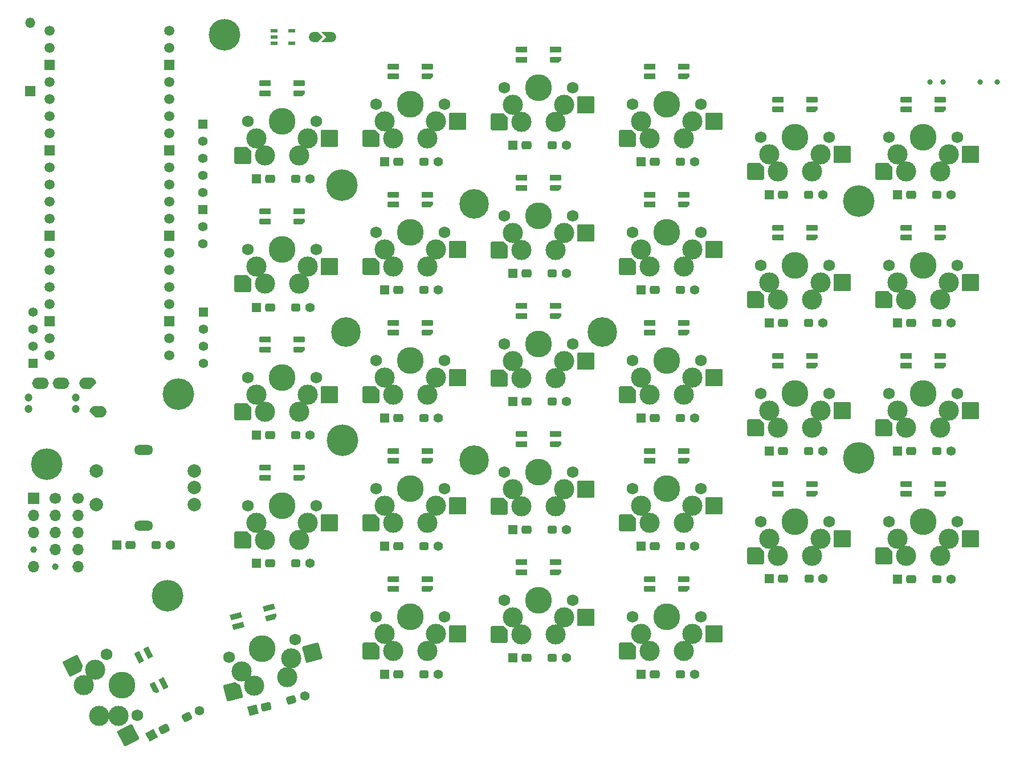
<source format=gbs>
G04 #@! TF.GenerationSoftware,KiCad,Pcbnew,9.0.3*
G04 #@! TF.CreationDate,2025-08-18T23:40:16+09:00*
G04 #@! TF.ProjectId,Sofle_Pico,536f666c-655f-4506-9963-6f2e6b696361,v3.5.4*
G04 #@! TF.SameCoordinates,Original*
G04 #@! TF.FileFunction,Soldermask,Bot*
G04 #@! TF.FilePolarity,Negative*
%FSLAX46Y46*%
G04 Gerber Fmt 4.6, Leading zero omitted, Abs format (unit mm)*
G04 Created by KiCad (PCBNEW 9.0.3) date 2025-08-18 23:40:16*
%MOMM*%
%LPD*%
G01*
G04 APERTURE LIST*
G04 Aperture macros list*
%AMRoundRect*
0 Rectangle with rounded corners*
0 $1 Rounding radius*
0 $2 $3 $4 $5 $6 $7 $8 $9 X,Y pos of 4 corners*
0 Add a 4 corners polygon primitive as box body*
4,1,4,$2,$3,$4,$5,$6,$7,$8,$9,$2,$3,0*
0 Add four circle primitives for the rounded corners*
1,1,$1+$1,$2,$3*
1,1,$1+$1,$4,$5*
1,1,$1+$1,$6,$7*
1,1,$1+$1,$8,$9*
0 Add four rect primitives between the rounded corners*
20,1,$1+$1,$2,$3,$4,$5,0*
20,1,$1+$1,$4,$5,$6,$7,0*
20,1,$1+$1,$6,$7,$8,$9,0*
20,1,$1+$1,$8,$9,$2,$3,0*%
%AMRotRect*
0 Rectangle, with rotation*
0 The origin of the aperture is its center*
0 $1 length*
0 $2 width*
0 $3 Rotation angle, in degrees counterclockwise*
0 Add horizontal line*
21,1,$1,$2,0,0,$3*%
%AMFreePoly0*
4,1,28,-0.850000,0.400000,0.000000,1.250000,0.114750,1.242219,0.293119,1.197860,0.457783,1.116195,0.601041,1.001041,0.716195,0.857783,0.797860,0.693119,0.842219,0.514750,0.850000,0.400000,0.850000,-0.400000,0.842219,-0.514750,0.797860,-0.693119,0.716195,-0.857783,0.601041,-1.001041,0.457783,-1.116195,0.293119,-1.197860,0.114750,-1.242219,0.000000,-1.250000,-0.114750,-1.242219,
-0.293119,-1.197860,-0.457783,-1.116195,-0.601041,-1.001041,-0.716195,-0.857783,-0.797860,-0.693119,-0.842219,-0.514750,-0.850000,-0.400000,-0.850000,0.400000,-0.850000,0.400000,$1*%
%AMFreePoly1*
4,1,28,-0.850000,0.400000,-0.842219,0.514750,-0.797860,0.693119,-0.716195,0.857783,-0.601041,1.001041,-0.457783,1.116195,-0.293119,1.197860,-0.114750,1.242219,0.000000,1.250000,0.114750,1.242219,0.293119,1.197860,0.457783,1.116195,0.601041,1.001041,0.716195,0.857783,0.797860,0.693119,0.842219,0.514750,0.850000,0.400000,0.850000,-0.400000,0.842219,-0.514750,0.797860,-0.693119,
0.716195,-0.857783,0.601041,-1.001041,0.457783,-1.116195,0.293119,-1.197860,0.114750,-1.242219,0.000000,-1.250000,-0.850000,-0.400000,-0.850000,0.400000,-0.850000,0.400000,$1*%
%AMFreePoly2*
4,1,21,-0.750000,0.000000,-0.734505,0.151663,-0.679731,0.316964,-0.588312,0.465177,-0.465177,0.588312,-0.316964,0.679731,-0.151663,0.734505,0.000000,0.750000,0.525000,0.750000,0.750000,0.525000,0.750000,-0.525000,0.525000,-0.750000,0.000000,-0.750000,-0.151663,-0.734505,-0.316964,-0.679731,-0.465177,-0.588312,-0.588312,-0.465177,-0.679731,-0.316964,-0.734505,-0.151663,-0.750000,0.000000,
-0.750000,0.000000,-0.750000,0.000000,$1*%
%AMFreePoly3*
4,1,6,0.500000,0.000000,-0.250000,-0.750000,-0.500000,-0.750000,-0.500000,0.750000,-0.250000,0.750000,0.500000,0.000000,0.500000,0.000000,$1*%
%AMFreePoly4*
4,1,6,0.260000,-0.750000,-0.990000,-0.750000,-0.240000,0.000000,-0.990000,0.750000,0.260000,0.750000,0.260000,-0.750000,0.260000,-0.750000,$1*%
%AMFreePoly5*
4,1,20,-0.750000,0.600000,-0.600000,0.750000,0.000000,0.750000,0.151663,0.734505,0.316964,0.679731,0.465177,0.588312,0.588312,0.465177,0.679731,0.316964,0.734505,0.151663,0.750000,0.000000,0.734505,-0.151663,0.679731,-0.316964,0.588312,-0.465177,0.465177,-0.588312,0.316964,-0.679731,0.151663,-0.734505,0.000000,-0.750000,-0.600000,-0.750000,-0.750000,-0.600000,-0.750000,0.600000,
-0.750000,0.600000,$1*%
%AMFreePoly6*
4,1,18,-1.250000,1.010000,-1.230970,1.105671,-1.176777,1.186777,-1.095671,1.240970,-1.000000,1.260000,0.625000,1.260000,1.250000,0.635000,1.250000,-1.010000,1.230970,-1.105671,1.176777,-1.186777,1.095671,-1.240970,1.000000,-1.260000,-1.000000,-1.260000,-1.095671,-1.240970,-1.176777,-1.186777,-1.230970,-1.105671,-1.250000,-1.010000,-1.250000,1.010000,-1.250000,1.010000,$1*%
%AMFreePoly7*
4,1,17,-1.275000,1.012000,-1.255742,1.108819,-1.200898,1.190898,-1.118819,1.245742,-1.022000,1.265000,1.022000,1.265000,1.118819,1.245742,1.200898,1.190898,1.255742,1.108819,1.275000,1.012000,1.275000,-1.012000,1.255742,-1.108819,1.200898,-1.190898,1.118819,-1.245742,1.022000,-1.265000,-1.275000,-1.265000,-1.275000,1.012000,-1.275000,1.012000,$1*%
%AMFreePoly8*
4,1,13,-0.850000,0.287000,-0.840637,0.334070,-0.813974,0.373974,-0.774070,0.400637,-0.727000,0.410000,0.850000,0.410000,0.850000,-0.410000,-0.727000,-0.410000,-0.774070,-0.400637,-0.813974,-0.373974,-0.840637,-0.334070,-0.850000,-0.287000,-0.850000,0.287000,-0.850000,0.287000,$1*%
%AMFreePoly9*
4,1,18,-0.850000,0.287000,-0.840637,0.334070,-0.813974,0.373974,-0.774070,0.400637,-0.727000,0.410000,0.727000,0.410000,0.774070,0.400637,0.813974,0.373974,0.840637,0.334070,0.850000,0.287000,0.850000,0.000000,0.440000,-0.410000,-0.727000,-0.410000,-0.774070,-0.400637,-0.813974,-0.373974,-0.840637,-0.334070,-0.850000,-0.287000,-0.850000,0.287000,-0.850000,0.287000,$1*%
G04 Aperture macros list end*
%ADD10C,1.200000*%
%ADD11FreePoly0,90.000000*%
%ADD12FreePoly1,90.000000*%
%ADD13O,2.500000X1.700000*%
%ADD14C,1.397000*%
%ADD15R,1.397000X1.397000*%
%ADD16O,2.800000X1.500000*%
%ADD17C,2.000000*%
%ADD18C,4.700000*%
%ADD19C,1.000000*%
%ADD20R,1.700000X1.700000*%
%ADD21O,1.700000X1.700000*%
%ADD22FreePoly2,0.000000*%
%ADD23FreePoly3,0.000000*%
%ADD24FreePoly4,0.000000*%
%ADD25FreePoly5,0.000000*%
%ADD26C,1.700000*%
%ADD27R,1.500000X1.500000*%
%ADD28O,1.500000X1.500000*%
%ADD29C,1.500000*%
%ADD30C,4.400000*%
%ADD31C,0.800000*%
%ADD32R,1.400000X1.400000*%
%ADD33RoundRect,0.300000X-0.450000X-0.300000X0.450000X-0.300000X0.450000X0.300000X-0.450000X0.300000X0*%
%ADD34RoundRect,0.300000X-0.400000X-0.300000X0.400000X-0.300000X0.400000X0.300000X-0.400000X0.300000X0*%
%ADD35C,1.400000*%
%ADD36RotRect,1.400000X1.400000X27.000000*%
%ADD37RoundRect,0.300000X-0.264756X-0.471598X0.537150X-0.063006X0.264756X0.471598X-0.537150X0.063006X0*%
%ADD38RoundRect,0.300000X-0.220205X-0.448898X0.492600X-0.085706X0.220205X0.448898X-0.492600X0.085706X0*%
%ADD39C,1.750000*%
%ADD40C,3.000000*%
%ADD41C,3.987800*%
%ADD42FreePoly6,0.000000*%
%ADD43FreePoly7,0.000000*%
%ADD44FreePoly6,297.000000*%
%ADD45FreePoly7,297.000000*%
%ADD46FreePoly6,15.000000*%
%ADD47FreePoly7,15.000000*%
%ADD48RotRect,1.400000X1.400000X15.000000*%
%ADD49RoundRect,0.300000X-0.357021X-0.406246X0.512312X-0.173309X0.357021X0.406246X-0.512312X0.173309X0*%
%ADD50RoundRect,0.300000X-0.308725X-0.393305X0.464016X-0.186250X0.308725X0.393305X-0.464016X0.186250X0*%
%ADD51FreePoly8,0.000000*%
%ADD52FreePoly9,0.000000*%
%ADD53FreePoly8,180.000000*%
%ADD54FreePoly8,15.000000*%
%ADD55FreePoly9,15.000000*%
%ADD56FreePoly8,195.000000*%
%ADD57FreePoly8,297.000000*%
%ADD58FreePoly9,297.000000*%
%ADD59FreePoly8,117.000000*%
%ADD60R,1.100000X0.600000*%
G04 APERTURE END LIST*
D10*
X82890000Y-92820000D03*
X89890000Y-92820000D03*
X82890000Y-91070000D03*
X89890000Y-91070000D03*
D11*
X93190000Y-93170000D03*
D12*
X91690000Y-88970000D03*
D13*
X87690000Y-88970000D03*
X84690000Y-88970000D03*
D14*
X108847500Y-58090000D03*
X108847500Y-68250000D03*
X108847500Y-55550000D03*
X108847500Y-65710000D03*
X108847500Y-53010000D03*
X108847500Y-60630000D03*
D15*
X108847500Y-50470000D03*
X108847500Y-63170000D03*
D16*
X100000000Y-110100000D03*
X100000000Y-98900000D03*
D17*
X107500000Y-107000000D03*
X107500000Y-102000000D03*
X107500000Y-104500000D03*
X93000000Y-102000000D03*
X93000000Y-107000000D03*
D18*
X206290000Y-61910000D03*
X206275000Y-100025000D03*
X129440000Y-59510000D03*
X129530000Y-97460000D03*
D19*
X83670000Y-113700000D03*
D20*
X83670000Y-106080000D03*
D21*
X83670000Y-108620000D03*
X83670000Y-111160000D03*
X83670000Y-116240000D03*
D22*
X125314000Y-37463068D03*
D23*
X126164000Y-37463068D03*
D24*
X127334000Y-37463068D03*
D25*
X127854000Y-37463068D03*
D14*
X83570000Y-78430000D03*
X83570000Y-80970000D03*
X83570000Y-83510000D03*
D15*
X83570000Y-86050000D03*
D26*
X90240000Y-106070000D03*
D21*
X90240000Y-108610000D03*
X90240000Y-111150000D03*
X90240000Y-113690000D03*
X90240000Y-116230000D03*
D19*
X86920000Y-116230000D03*
D26*
X86920000Y-106070000D03*
D21*
X86920000Y-108610000D03*
X86920000Y-111150000D03*
X86920000Y-113690000D03*
D27*
X83130000Y-45570000D03*
D28*
X83130000Y-35410000D03*
D29*
X86052500Y-36524865D03*
X86052500Y-39064865D03*
D27*
X86052500Y-41604865D03*
D29*
X86052500Y-44144865D03*
X86052500Y-46684865D03*
X86052500Y-49224865D03*
X86052500Y-51764865D03*
D27*
X86052500Y-54304865D03*
D29*
X86052500Y-56844865D03*
X86052500Y-59384865D03*
X86052500Y-61924865D03*
X86052500Y-64464865D03*
D27*
X86052500Y-67004865D03*
D29*
X86052500Y-69544865D03*
X86052500Y-72084865D03*
X86052500Y-74624865D03*
X86052500Y-77164865D03*
D27*
X86052500Y-79704865D03*
D29*
X86052500Y-82244865D03*
X86052500Y-84784865D03*
X103832500Y-84784865D03*
X103832500Y-82244865D03*
D27*
X103832500Y-79704865D03*
D29*
X103832500Y-77164865D03*
X103832500Y-74624865D03*
X103832500Y-72084865D03*
X103832500Y-69544865D03*
D27*
X103832500Y-67004865D03*
D29*
X103832500Y-64464865D03*
X103832500Y-61924865D03*
X103832500Y-59384865D03*
X103832500Y-56844865D03*
D27*
X103832500Y-54304865D03*
D29*
X103832500Y-51764865D03*
X103832500Y-49224865D03*
X103832500Y-46684865D03*
X103832500Y-44144865D03*
D27*
X103832500Y-41604865D03*
D29*
X103832500Y-39064865D03*
X103832500Y-36524865D03*
D14*
X108910000Y-86050000D03*
X108910000Y-83510000D03*
X108910000Y-80970000D03*
D15*
X108910000Y-78430000D03*
D30*
X130075000Y-81370000D03*
X149125000Y-62320000D03*
X149125000Y-100420000D03*
X168175000Y-81370000D03*
D31*
X216805000Y-44160000D03*
X218805000Y-44160000D03*
X224265000Y-44160000D03*
X226805000Y-44160000D03*
D18*
X103590000Y-120530000D03*
X112010000Y-37117432D03*
X105140000Y-90590000D03*
X85649033Y-101000000D03*
D32*
X116730000Y-58575000D03*
D33*
X118780000Y-58575000D03*
D34*
X122630000Y-58575000D03*
D35*
X124730000Y-58575000D03*
D32*
X135780000Y-56075000D03*
D33*
X137830000Y-56075000D03*
D34*
X141680000Y-56075000D03*
D35*
X143780000Y-56075000D03*
D32*
X154830000Y-53610000D03*
D33*
X156880000Y-53610000D03*
D34*
X160730000Y-53610000D03*
D35*
X162830000Y-53610000D03*
D32*
X173880000Y-56075000D03*
D33*
X175930000Y-56075000D03*
D34*
X179780000Y-56075000D03*
D35*
X181880000Y-56075000D03*
D32*
X192930000Y-60975000D03*
D33*
X194980000Y-60975000D03*
D34*
X198830000Y-60975000D03*
D35*
X200930000Y-60975000D03*
D32*
X211980000Y-60975000D03*
D33*
X214030000Y-60975000D03*
D34*
X217880000Y-60975000D03*
D35*
X219980000Y-60975000D03*
D32*
X116730000Y-96675000D03*
D33*
X118780000Y-96675000D03*
D34*
X122630000Y-96675000D03*
D35*
X124730000Y-96675000D03*
D32*
X116730000Y-115725000D03*
D33*
X118780000Y-115725000D03*
D34*
X122630000Y-115725000D03*
D35*
X124730000Y-115725000D03*
D32*
X96000000Y-113040000D03*
D33*
X98050000Y-113040000D03*
D34*
X101900000Y-113040000D03*
D35*
X104000000Y-113040000D03*
D36*
X101193062Y-141278544D03*
D37*
X103019625Y-140347863D03*
D38*
X106450000Y-138600000D03*
D35*
X108321114Y-137646620D03*
D39*
X115470000Y-50000000D03*
X115470000Y-50000000D03*
D40*
X116740000Y-52540000D03*
X118010000Y-55080000D03*
D41*
X120550000Y-50000000D03*
X120550000Y-50000000D03*
D40*
X123090000Y-55080000D03*
X124360000Y-52540000D03*
D39*
X125630000Y-50000000D03*
X125630000Y-50000000D03*
D42*
X114708000Y-55070000D03*
D43*
X127635000Y-52555000D03*
D39*
X153570000Y-45000000D03*
X153570000Y-45000000D03*
D40*
X154840000Y-47540000D03*
X156110000Y-50080000D03*
D41*
X158650000Y-45000000D03*
X158650000Y-45000000D03*
D40*
X161190000Y-50080000D03*
X162460000Y-47540000D03*
D39*
X163730000Y-45000000D03*
X163730000Y-45000000D03*
D42*
X152808000Y-50070000D03*
D43*
X165735000Y-47555000D03*
D39*
X115470000Y-88100000D03*
X115470000Y-88100000D03*
D40*
X116740000Y-90640000D03*
X118010000Y-93180000D03*
D41*
X120550000Y-88100000D03*
X120550000Y-88100000D03*
D40*
X123090000Y-93180000D03*
X124360000Y-90640000D03*
D39*
X125630000Y-88100000D03*
X125630000Y-88100000D03*
D42*
X114708000Y-93170000D03*
D43*
X127635000Y-90655000D03*
D39*
X134520000Y-85600000D03*
X134520000Y-85600000D03*
D40*
X135790000Y-88140000D03*
X137060000Y-90680000D03*
D41*
X139600000Y-85600000D03*
X139600000Y-85600000D03*
D40*
X142140000Y-90680000D03*
X143410000Y-88140000D03*
D39*
X144680000Y-85600000D03*
X144680000Y-85600000D03*
D42*
X133758000Y-90670000D03*
D43*
X146685000Y-88155000D03*
D39*
X153570000Y-102150000D03*
X153570000Y-102150000D03*
D40*
X154840000Y-104690000D03*
X156110000Y-107230000D03*
D41*
X158650000Y-102150000D03*
X158650000Y-102150000D03*
D40*
X161190000Y-107230000D03*
X162460000Y-104690000D03*
D39*
X163730000Y-102150000D03*
X163730000Y-102150000D03*
D42*
X152808000Y-107220000D03*
D43*
X165735000Y-104705000D03*
D39*
X191670000Y-109550000D03*
X191670000Y-109550000D03*
D40*
X192940000Y-112090000D03*
X194210000Y-114630000D03*
D41*
X196750000Y-109550000D03*
X196750000Y-109550000D03*
D40*
X199290000Y-114630000D03*
X200560000Y-112090000D03*
D39*
X201830000Y-109550000D03*
X201830000Y-109550000D03*
D42*
X190908000Y-114620000D03*
D43*
X203835000Y-112105000D03*
D39*
X94489474Y-129314496D03*
X94489474Y-129314496D03*
D40*
X92802886Y-131599210D03*
X91116297Y-133883924D03*
D41*
X96795746Y-133840809D03*
X96795746Y-133840809D03*
D40*
X93422569Y-138410237D03*
X96262293Y-138388680D03*
D39*
X99102018Y-138367122D03*
X99102018Y-138367122D03*
D44*
X89626130Y-130937281D03*
D45*
X97735747Y-141313536D03*
D39*
X112693097Y-129714801D03*
X112693097Y-129714801D03*
D40*
X114577223Y-131839552D03*
X116461349Y-133964304D03*
D41*
X117600000Y-128400000D03*
X117600000Y-128400000D03*
D40*
X121368252Y-132649503D03*
X121937578Y-129867351D03*
D39*
X122506903Y-127085199D03*
X122506903Y-127085199D03*
D46*
X113269274Y-134809265D03*
D47*
X125104867Y-129034208D03*
D39*
X210720000Y-71450000D03*
X210720000Y-71450000D03*
D40*
X211990000Y-73990000D03*
X213260000Y-76530000D03*
D41*
X215800000Y-71450000D03*
X215800000Y-71450000D03*
D40*
X218340000Y-76530000D03*
X219610000Y-73990000D03*
D39*
X220880000Y-71450000D03*
X220880000Y-71450000D03*
D42*
X209958000Y-76520000D03*
D43*
X222885000Y-74005000D03*
D39*
X210720000Y-90500000D03*
X210720000Y-90500000D03*
D40*
X211990000Y-93040000D03*
X213260000Y-95580000D03*
D41*
X215800000Y-90500000D03*
X215800000Y-90500000D03*
D40*
X218340000Y-95580000D03*
X219610000Y-93040000D03*
D39*
X220880000Y-90500000D03*
X220880000Y-90500000D03*
D42*
X209958000Y-95570000D03*
D43*
X222885000Y-93055000D03*
D39*
X210720000Y-109550000D03*
X210720000Y-109550000D03*
D40*
X211990000Y-112090000D03*
X213260000Y-114630000D03*
D41*
X215800000Y-109550000D03*
X215800000Y-109550000D03*
D40*
X218340000Y-114630000D03*
X219610000Y-112090000D03*
D39*
X220880000Y-109550000D03*
X220880000Y-109550000D03*
D42*
X209958000Y-114620000D03*
D43*
X222885000Y-112105000D03*
D39*
X172620000Y-47500000D03*
X172620000Y-47500000D03*
D40*
X173890000Y-50040000D03*
X175160000Y-52580000D03*
D41*
X177700000Y-47500000D03*
X177700000Y-47500000D03*
D40*
X180240000Y-52580000D03*
X181510000Y-50040000D03*
D39*
X182780000Y-47500000D03*
X182780000Y-47500000D03*
D42*
X171858000Y-52570000D03*
D43*
X184785000Y-50055000D03*
D32*
X116730000Y-77675000D03*
D33*
X118780000Y-77675000D03*
D34*
X122630000Y-77675000D03*
D35*
X124730000Y-77675000D03*
D32*
X135780000Y-75125000D03*
D33*
X137830000Y-75125000D03*
D34*
X141680000Y-75125000D03*
D35*
X143780000Y-75125000D03*
D32*
X154830000Y-72625000D03*
D33*
X156880000Y-72625000D03*
D34*
X160730000Y-72625000D03*
D35*
X162830000Y-72625000D03*
D32*
X173880000Y-75125000D03*
D33*
X175930000Y-75125000D03*
D34*
X179780000Y-75125000D03*
D35*
X181880000Y-75125000D03*
D32*
X192930000Y-80025000D03*
D33*
X194980000Y-80025000D03*
D34*
X198830000Y-80025000D03*
D35*
X200930000Y-80025000D03*
D32*
X211980000Y-80025000D03*
D33*
X214030000Y-80025000D03*
D34*
X217880000Y-80025000D03*
D35*
X219980000Y-80025000D03*
D39*
X191670000Y-52400000D03*
X191670000Y-52400000D03*
D40*
X192940000Y-54940000D03*
X194210000Y-57480000D03*
D41*
X196750000Y-52400000D03*
X196750000Y-52400000D03*
D40*
X199290000Y-57480000D03*
X200560000Y-54940000D03*
D39*
X201830000Y-52400000D03*
X201830000Y-52400000D03*
D42*
X190908000Y-57470000D03*
D43*
X203835000Y-54955000D03*
D39*
X134520000Y-66550000D03*
X134520000Y-66550000D03*
D40*
X135790000Y-69090000D03*
X137060000Y-71630000D03*
D41*
X139600000Y-66550000D03*
X139600000Y-66550000D03*
D40*
X142140000Y-71630000D03*
X143410000Y-69090000D03*
D39*
X144680000Y-66550000D03*
X144680000Y-66550000D03*
D42*
X133758000Y-71620000D03*
D43*
X146685000Y-69105000D03*
D39*
X172620000Y-66550000D03*
X172620000Y-66550000D03*
D40*
X173890000Y-69090000D03*
X175160000Y-71630000D03*
D41*
X177700000Y-66550000D03*
X177700000Y-66550000D03*
D40*
X180240000Y-71630000D03*
X181510000Y-69090000D03*
D39*
X182780000Y-66550000D03*
X182780000Y-66550000D03*
D42*
X171858000Y-71620000D03*
D43*
X184785000Y-69105000D03*
D39*
X153570000Y-64050000D03*
X153570000Y-64050000D03*
D40*
X154840000Y-66590000D03*
X156110000Y-69130000D03*
D41*
X158650000Y-64050000D03*
X158650000Y-64050000D03*
D40*
X161190000Y-69130000D03*
X162460000Y-66590000D03*
D39*
X163730000Y-64050000D03*
X163730000Y-64050000D03*
D42*
X152808000Y-69120000D03*
D43*
X165735000Y-66605000D03*
D39*
X172620000Y-85600000D03*
X172620000Y-85600000D03*
D40*
X173890000Y-88140000D03*
X175160000Y-90680000D03*
D41*
X177700000Y-85600000D03*
X177700000Y-85600000D03*
D40*
X180240000Y-90680000D03*
X181510000Y-88140000D03*
D39*
X182780000Y-85600000D03*
X182780000Y-85600000D03*
D42*
X171858000Y-90670000D03*
D43*
X184785000Y-88155000D03*
D39*
X210720000Y-52400000D03*
X210720000Y-52400000D03*
D40*
X211990000Y-54940000D03*
X213260000Y-57480000D03*
D41*
X215800000Y-52400000D03*
X215800000Y-52400000D03*
D40*
X218340000Y-57480000D03*
X219610000Y-54940000D03*
D39*
X220880000Y-52400000D03*
X220880000Y-52400000D03*
D42*
X209958000Y-57470000D03*
D43*
X222885000Y-54955000D03*
D39*
X115470000Y-69050000D03*
X115470000Y-69050000D03*
D40*
X116740000Y-71590000D03*
X118010000Y-74130000D03*
D41*
X120550000Y-69050000D03*
X120550000Y-69050000D03*
D40*
X123090000Y-74130000D03*
X124360000Y-71590000D03*
D39*
X125630000Y-69050000D03*
X125630000Y-69050000D03*
D42*
X114708000Y-74120000D03*
D43*
X127635000Y-71605000D03*
D39*
X172620000Y-123700000D03*
X172620000Y-123700000D03*
D40*
X173890000Y-126240000D03*
X175160000Y-128780000D03*
D41*
X177700000Y-123700000D03*
X177700000Y-123700000D03*
D40*
X180240000Y-128780000D03*
X181510000Y-126240000D03*
D39*
X182780000Y-123700000D03*
X182780000Y-123700000D03*
D42*
X171858000Y-128770000D03*
D43*
X184785000Y-126255000D03*
D39*
X191670000Y-71450000D03*
X191670000Y-71450000D03*
D40*
X192940000Y-73990000D03*
X194210000Y-76530000D03*
D41*
X196750000Y-71450000D03*
X196750000Y-71450000D03*
D40*
X199290000Y-76530000D03*
X200560000Y-73990000D03*
D39*
X201830000Y-71450000D03*
X201830000Y-71450000D03*
D42*
X190908000Y-76520000D03*
D43*
X203835000Y-74005000D03*
D39*
X172620000Y-104650000D03*
X172620000Y-104650000D03*
D40*
X173890000Y-107190000D03*
X175160000Y-109730000D03*
D41*
X177700000Y-104650000D03*
X177700000Y-104650000D03*
D40*
X180240000Y-109730000D03*
X181510000Y-107190000D03*
D39*
X182780000Y-104650000D03*
X182780000Y-104650000D03*
D42*
X171858000Y-109720000D03*
D43*
X184785000Y-107205000D03*
D39*
X191670000Y-90500000D03*
X191670000Y-90500000D03*
D40*
X192940000Y-93040000D03*
X194210000Y-95580000D03*
D41*
X196750000Y-90500000D03*
X196750000Y-90500000D03*
D40*
X199290000Y-95580000D03*
X200560000Y-93040000D03*
D39*
X201830000Y-90500000D03*
X201830000Y-90500000D03*
D42*
X190908000Y-95570000D03*
D43*
X203835000Y-93055000D03*
D39*
X153570000Y-121200000D03*
X153570000Y-121200000D03*
D40*
X154840000Y-123740000D03*
X156110000Y-126280000D03*
D41*
X158650000Y-121200000D03*
X158650000Y-121200000D03*
D40*
X161190000Y-126280000D03*
X162460000Y-123740000D03*
D39*
X163730000Y-121200000D03*
X163730000Y-121200000D03*
D42*
X152808000Y-126270000D03*
D43*
X165735000Y-123755000D03*
D39*
X153570000Y-83100000D03*
X153570000Y-83100000D03*
D40*
X154840000Y-85640000D03*
X156110000Y-88180000D03*
D41*
X158650000Y-83100000D03*
X158650000Y-83100000D03*
D40*
X161190000Y-88180000D03*
X162460000Y-85640000D03*
D39*
X163730000Y-83100000D03*
X163730000Y-83100000D03*
D42*
X152808000Y-88170000D03*
D43*
X165735000Y-85655000D03*
D39*
X134520000Y-47500000D03*
X134520000Y-47500000D03*
D40*
X135790000Y-50040000D03*
X137060000Y-52580000D03*
D41*
X139600000Y-47500000D03*
X139600000Y-47500000D03*
D40*
X142140000Y-52580000D03*
X143410000Y-50040000D03*
D39*
X144680000Y-47500000D03*
X144680000Y-47500000D03*
D42*
X133758000Y-52570000D03*
D43*
X146685000Y-50055000D03*
D48*
X116221038Y-137567032D03*
D49*
X118201186Y-137036453D03*
D50*
X121920000Y-136040000D03*
D35*
X123948444Y-135496480D03*
D39*
X134520000Y-104650000D03*
X134520000Y-104650000D03*
D40*
X135790000Y-107190000D03*
X137060000Y-109730000D03*
D41*
X139600000Y-104650000D03*
X139600000Y-104650000D03*
D40*
X142140000Y-109730000D03*
X143410000Y-107190000D03*
D39*
X144680000Y-104650000D03*
X144680000Y-104650000D03*
D42*
X133758000Y-109720000D03*
D43*
X146685000Y-107205000D03*
D32*
X154830000Y-91675000D03*
D33*
X156880000Y-91675000D03*
D34*
X160730000Y-91675000D03*
D35*
X162830000Y-91675000D03*
D32*
X192930000Y-99075000D03*
D33*
X194980000Y-99075000D03*
D34*
X198830000Y-99075000D03*
D35*
X200930000Y-99075000D03*
D32*
X211980000Y-99075000D03*
D33*
X214030000Y-99075000D03*
D34*
X217880000Y-99075000D03*
D35*
X219980000Y-99075000D03*
D32*
X135780000Y-132275000D03*
D33*
X137830000Y-132275000D03*
D34*
X141680000Y-132275000D03*
D35*
X143780000Y-132275000D03*
D32*
X154830000Y-129775000D03*
D33*
X156880000Y-129775000D03*
D34*
X160730000Y-129775000D03*
D35*
X162830000Y-129775000D03*
D32*
X211980000Y-118125000D03*
D33*
X214030000Y-118125000D03*
D34*
X217880000Y-118125000D03*
D35*
X219980000Y-118125000D03*
D32*
X135780000Y-113225000D03*
D33*
X137830000Y-113225000D03*
D34*
X141680000Y-113225000D03*
D35*
X143780000Y-113225000D03*
D32*
X154830000Y-110725000D03*
D33*
X156880000Y-110725000D03*
D34*
X160730000Y-110725000D03*
D35*
X162830000Y-110725000D03*
D32*
X173880000Y-113225000D03*
D33*
X175930000Y-113225000D03*
D34*
X179780000Y-113225000D03*
D35*
X181880000Y-113225000D03*
D32*
X192962500Y-118010000D03*
D33*
X195012500Y-118010000D03*
D34*
X198862500Y-118010000D03*
D35*
X200962500Y-118010000D03*
D32*
X135780000Y-94175000D03*
D33*
X137830000Y-94175000D03*
D34*
X141680000Y-94175000D03*
D35*
X143780000Y-94175000D03*
D32*
X173880000Y-132275000D03*
D33*
X175930000Y-132275000D03*
D34*
X179780000Y-132275000D03*
D35*
X181880000Y-132275000D03*
D39*
X134520000Y-123700000D03*
X134520000Y-123700000D03*
D40*
X135790000Y-126240000D03*
X137060000Y-128780000D03*
D41*
X139600000Y-123700000D03*
X139600000Y-123700000D03*
D40*
X142140000Y-128780000D03*
X143410000Y-126240000D03*
D39*
X144680000Y-123700000D03*
X144680000Y-123700000D03*
D42*
X133758000Y-128770000D03*
D43*
X146685000Y-126255000D03*
D51*
X137045000Y-41880000D03*
X137045000Y-43380000D03*
D52*
X142145000Y-43380000D03*
D53*
X142145000Y-41880000D03*
D54*
X113677496Y-123632780D03*
X114065725Y-125081668D03*
D55*
X118991947Y-123761691D03*
D56*
X118603718Y-122312802D03*
D51*
X194195000Y-84880000D03*
X194195000Y-86380000D03*
D52*
X199295000Y-86380000D03*
D53*
X199295000Y-84880000D03*
D57*
X100643257Y-129012861D03*
X99306748Y-129693847D03*
D58*
X101622099Y-134237980D03*
D59*
X102958609Y-133556994D03*
D51*
X194195000Y-65830000D03*
X194195000Y-67330000D03*
D52*
X199295000Y-67330000D03*
D53*
X199295000Y-65830000D03*
D51*
X194195000Y-46780000D03*
X194195000Y-48280000D03*
D52*
X199295000Y-48280000D03*
D53*
X199295000Y-46780000D03*
D51*
X194195000Y-103930000D03*
X194195000Y-105430000D03*
D52*
X199295000Y-105430000D03*
D53*
X199295000Y-103930000D03*
D51*
X137045000Y-60930000D03*
X137045000Y-62430000D03*
D52*
X142145000Y-62430000D03*
D53*
X142145000Y-60930000D03*
D51*
X175145000Y-99030000D03*
X175145000Y-100530000D03*
D52*
X180245000Y-100530000D03*
D53*
X180245000Y-99030000D03*
D51*
X156095000Y-96530000D03*
X156095000Y-98030000D03*
D52*
X161195000Y-98030000D03*
D53*
X161195000Y-96530000D03*
D51*
X213245000Y-84880000D03*
X213245000Y-86380000D03*
D52*
X218345000Y-86380000D03*
D53*
X218345000Y-84880000D03*
D32*
X173880000Y-94175000D03*
D33*
X175930000Y-94175000D03*
D34*
X179780000Y-94175000D03*
D35*
X181880000Y-94175000D03*
D51*
X117995000Y-82480000D03*
X117995000Y-83980000D03*
D52*
X123095000Y-83980000D03*
D53*
X123095000Y-82480000D03*
D51*
X175145000Y-60930000D03*
X175145000Y-62430000D03*
D52*
X180245000Y-62430000D03*
D53*
X180245000Y-60930000D03*
D51*
X137045000Y-99030000D03*
X137045000Y-100530000D03*
D52*
X142145000Y-100530000D03*
D53*
X142145000Y-99030000D03*
D51*
X213245000Y-46780000D03*
X213245000Y-48280000D03*
D52*
X218345000Y-48280000D03*
D53*
X218345000Y-46780000D03*
D51*
X117995000Y-44380000D03*
X117995000Y-45880000D03*
D52*
X123095000Y-45880000D03*
D53*
X123095000Y-44380000D03*
D51*
X156095000Y-39380000D03*
X156095000Y-40880000D03*
D52*
X161195000Y-40880000D03*
D53*
X161195000Y-39380000D03*
D60*
X119390003Y-38423068D03*
X119390003Y-37473068D03*
X119390003Y-36523068D03*
X121990003Y-36523068D03*
X121990003Y-38423068D03*
D51*
X156095000Y-115580000D03*
X156095000Y-117080000D03*
D52*
X161195000Y-117080000D03*
D53*
X161195000Y-115580000D03*
D51*
X156095000Y-58430000D03*
X156095000Y-59930000D03*
D52*
X161195000Y-59930000D03*
D53*
X161195000Y-58430000D03*
D51*
X137045000Y-118080000D03*
X137045000Y-119580000D03*
D52*
X142145000Y-119580000D03*
D53*
X142145000Y-118080000D03*
D51*
X117995000Y-63430000D03*
X117995000Y-64930000D03*
D52*
X123095000Y-64930000D03*
D53*
X123095000Y-63430000D03*
D51*
X175145000Y-41880000D03*
X175145000Y-43380000D03*
D52*
X180245000Y-43380000D03*
D53*
X180245000Y-41880000D03*
D51*
X117995000Y-101530000D03*
X117995000Y-103030000D03*
D52*
X123095000Y-103030000D03*
D53*
X123095000Y-101530000D03*
D51*
X175145000Y-79980000D03*
X175145000Y-81480000D03*
D52*
X180245000Y-81480000D03*
D53*
X180245000Y-79980000D03*
D51*
X137045000Y-79980000D03*
X137045000Y-81480000D03*
D52*
X142145000Y-81480000D03*
D53*
X142145000Y-79980000D03*
D51*
X156095000Y-77480000D03*
X156095000Y-78980000D03*
D52*
X161195000Y-78980000D03*
D53*
X161195000Y-77480000D03*
D51*
X213245000Y-65830000D03*
X213245000Y-67330000D03*
D52*
X218345000Y-67330000D03*
D53*
X218345000Y-65830000D03*
D39*
X115470000Y-107150000D03*
X115470000Y-107150000D03*
D40*
X116740000Y-109690000D03*
X118010000Y-112230000D03*
D41*
X120550000Y-107150000D03*
X120550000Y-107150000D03*
D40*
X123090000Y-112230000D03*
X124360000Y-109690000D03*
D39*
X125630000Y-107150000D03*
X125630000Y-107150000D03*
D42*
X114708000Y-112220000D03*
D43*
X127635000Y-109705000D03*
D51*
X213245000Y-103930000D03*
X213245000Y-105430000D03*
D52*
X218345000Y-105430000D03*
D53*
X218345000Y-103930000D03*
D51*
X175145000Y-118080000D03*
X175145000Y-119580000D03*
D52*
X180245000Y-119580000D03*
D53*
X180245000Y-118080000D03*
M02*

</source>
